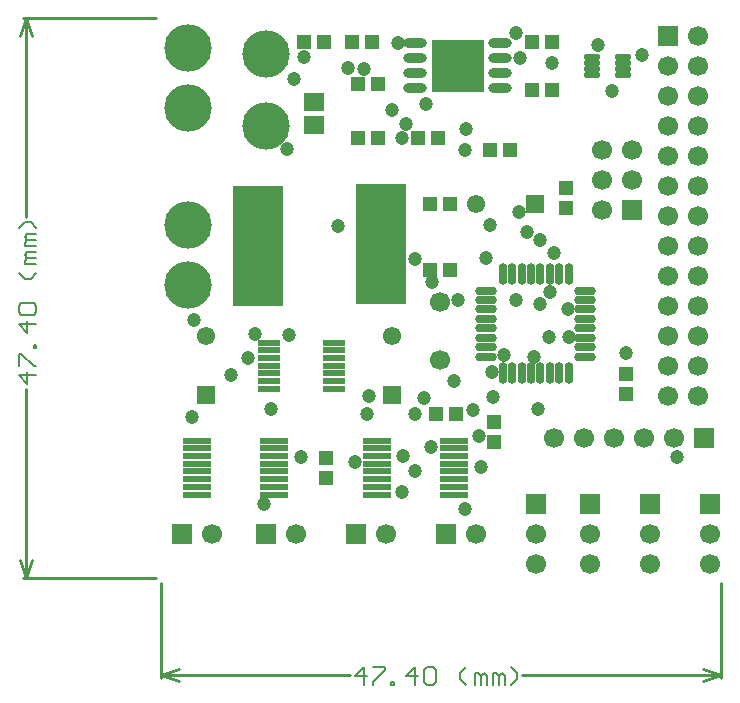
<source format=gts>
%FSLAX42Y42*%
%MOMM*%
G71*
G01*
G75*
G04 Layer_Color=8388736*
%ADD10R,1.00X1.10*%
%ADD11R,1.65X0.30*%
%ADD12R,1.10X1.00*%
%ADD13O,1.25X0.30*%
%ADD14O,0.55X1.65*%
%ADD15O,1.65X0.55*%
%ADD16R,2.15X0.40*%
%ADD17R,2.15X0.40*%
%ADD18R,4.00X10.00*%
%ADD19R,1.50X1.30*%
%ADD20O,1.80X0.60*%
%ADD21R,4.20X4.20*%
%ADD22C,0.20*%
%ADD23C,0.50*%
%ADD24C,0.40*%
%ADD25C,2.00*%
%ADD26C,0.48*%
%ADD27C,0.16*%
%ADD28C,1.00*%
%ADD29C,0.32*%
%ADD30C,0.80*%
%ADD31C,0.25*%
%ADD32C,0.15*%
%ADD33C,1.50*%
%ADD34C,1.50*%
%ADD35R,1.50X1.50*%
%ADD36C,3.81*%
%ADD37R,1.50X1.50*%
%ADD38R,1.35X1.35*%
%ADD39C,1.35*%
%ADD40R,1.35X1.35*%
%ADD41C,1.00*%
%ADD42C,0.25*%
%ADD43C,0.60*%
%ADD44C,0.20*%
%ADD45R,1.20X1.30*%
%ADD46R,1.85X0.50*%
%ADD47R,1.30X1.20*%
%ADD48O,1.45X0.50*%
%ADD49O,0.75X1.85*%
%ADD50O,1.85X0.75*%
%ADD51R,2.35X0.60*%
%ADD52R,2.35X0.60*%
%ADD53R,4.20X10.20*%
%ADD54R,1.70X1.50*%
%ADD55O,2.00X0.80*%
%ADD56R,4.40X4.40*%
%ADD57C,1.70*%
%ADD58C,1.70*%
%ADD59R,1.70X1.70*%
%ADD60C,4.01*%
%ADD61R,1.70X1.70*%
%ADD62R,1.55X1.55*%
%ADD63C,1.55*%
%ADD64R,1.55X1.55*%
%ADD65C,1.20*%
D31*
X9950Y6909D02*
Y7710D01*
X5210Y6909D02*
Y7710D01*
X8266Y6934D02*
X9950D01*
X5210D02*
X6813D01*
X9798Y6985D02*
X9950Y6934D01*
X9798Y6883D02*
X9950Y6934D01*
X5210D02*
X5362Y6883D01*
X5210Y6934D02*
X5362Y6985D01*
X4039Y12490D02*
X5170D01*
X4039Y7750D02*
X5170D01*
X4064Y10806D02*
Y12490D01*
Y7750D02*
Y9353D01*
X4013Y12338D02*
X4064Y12490D01*
X4115Y12338D01*
X4064Y7750D02*
X4115Y7902D01*
X4013D02*
X4064Y7750D01*
D32*
X6930Y6843D02*
Y6995D01*
X6854Y6919D01*
X6955D01*
X7006Y6995D02*
X7108D01*
Y6970D01*
X7006Y6868D01*
Y6843D01*
X7158D02*
Y6868D01*
X7184D01*
Y6843D01*
X7158D01*
X7362D02*
Y6995D01*
X7285Y6919D01*
X7387D01*
X7438Y6970D02*
X7463Y6995D01*
X7514D01*
X7539Y6970D01*
Y6868D01*
X7514Y6843D01*
X7463D01*
X7438Y6868D01*
Y6970D01*
X7793Y6843D02*
X7742Y6894D01*
Y6944D01*
X7793Y6995D01*
X7869Y6843D02*
Y6944D01*
X7895D01*
X7920Y6919D01*
Y6843D01*
Y6919D01*
X7946Y6944D01*
X7971Y6919D01*
Y6843D01*
X8022D02*
Y6944D01*
X8047D01*
X8073Y6919D01*
Y6843D01*
Y6919D01*
X8098Y6944D01*
X8123Y6919D01*
Y6843D01*
X8174D02*
X8225Y6894D01*
Y6944D01*
X8174Y6995D01*
X4155Y9470D02*
X4003D01*
X4079Y9394D01*
Y9495D01*
X4003Y9546D02*
Y9648D01*
X4028D01*
X4130Y9546D01*
X4155D01*
Y9698D02*
X4130D01*
Y9724D01*
X4155D01*
Y9698D01*
Y9902D02*
X4003D01*
X4079Y9825D01*
Y9927D01*
X4028Y9978D02*
X4003Y10003D01*
Y10054D01*
X4028Y10079D01*
X4130D01*
X4155Y10054D01*
Y10003D01*
X4130Y9978D01*
X4028D01*
X4155Y10333D02*
X4105Y10282D01*
X4054D01*
X4003Y10333D01*
X4155Y10409D02*
X4054D01*
Y10435D01*
X4079Y10460D01*
X4155D01*
X4079D01*
X4054Y10486D01*
X4079Y10511D01*
X4155D01*
Y10562D02*
X4054D01*
Y10587D01*
X4079Y10613D01*
X4155D01*
X4079D01*
X4054Y10638D01*
X4079Y10663D01*
X4155D01*
Y10714D02*
X4105Y10765D01*
X4054D01*
X4003Y10714D01*
D45*
X6604Y8602D02*
D03*
Y8772D02*
D03*
X9144Y9313D02*
D03*
Y9483D02*
D03*
X8636Y10888D02*
D03*
Y11058D02*
D03*
X8026Y9077D02*
D03*
Y8907D02*
D03*
D46*
X6123Y9745D02*
D03*
Y9680D02*
D03*
Y9615D02*
D03*
Y9550D02*
D03*
Y9485D02*
D03*
Y9420D02*
D03*
Y9355D02*
D03*
X6678Y9745D02*
D03*
Y9680D02*
D03*
Y9615D02*
D03*
Y9550D02*
D03*
Y9485D02*
D03*
Y9420D02*
D03*
Y9355D02*
D03*
D47*
X7654Y10922D02*
D03*
X7484D02*
D03*
X7654Y10363D02*
D03*
X7484D02*
D03*
X7705Y9144D02*
D03*
X7535D02*
D03*
X6994Y12294D02*
D03*
X6824D02*
D03*
X6587D02*
D03*
X6417D02*
D03*
X8518Y11887D02*
D03*
X8348D02*
D03*
X7992Y11379D02*
D03*
X8162D02*
D03*
X8518Y12294D02*
D03*
X8348D02*
D03*
X7045Y11938D02*
D03*
X6875D02*
D03*
Y11481D02*
D03*
X7045D02*
D03*
X7383D02*
D03*
X7553D02*
D03*
D48*
X8859Y12165D02*
D03*
Y12115D02*
D03*
Y12065D02*
D03*
Y12015D02*
D03*
X9124Y12165D02*
D03*
Y12115D02*
D03*
Y12065D02*
D03*
Y12015D02*
D03*
D49*
X8102Y10326D02*
D03*
X8182D02*
D03*
X8262D02*
D03*
X8342D02*
D03*
X8422D02*
D03*
X8502D02*
D03*
X8582D02*
D03*
X8662D02*
D03*
Y9486D02*
D03*
X8582D02*
D03*
X8502D02*
D03*
X8422D02*
D03*
X8342D02*
D03*
X8262D02*
D03*
X8182D02*
D03*
X8102D02*
D03*
D50*
X8802Y10186D02*
D03*
Y10106D02*
D03*
Y10026D02*
D03*
Y9946D02*
D03*
Y9866D02*
D03*
Y9786D02*
D03*
Y9706D02*
D03*
Y9626D02*
D03*
X7962D02*
D03*
Y9706D02*
D03*
Y9786D02*
D03*
Y9866D02*
D03*
Y9946D02*
D03*
Y10026D02*
D03*
Y10106D02*
D03*
Y10186D02*
D03*
D51*
X6170Y8459D02*
D03*
Y8524D02*
D03*
Y8589D02*
D03*
Y8654D02*
D03*
Y8719D02*
D03*
Y8784D02*
D03*
Y8849D02*
D03*
Y8914D02*
D03*
X5515Y8459D02*
D03*
Y8524D02*
D03*
Y8589D02*
D03*
Y8654D02*
D03*
Y8719D02*
D03*
Y8784D02*
D03*
Y8849D02*
D03*
X7694Y8459D02*
D03*
Y8524D02*
D03*
Y8589D02*
D03*
Y8654D02*
D03*
Y8719D02*
D03*
Y8784D02*
D03*
Y8849D02*
D03*
Y8914D02*
D03*
X7039Y8459D02*
D03*
Y8524D02*
D03*
Y8589D02*
D03*
Y8654D02*
D03*
Y8719D02*
D03*
Y8784D02*
D03*
Y8849D02*
D03*
D52*
X5515Y8914D02*
D03*
X7039D02*
D03*
D53*
X7074Y10579D02*
D03*
X6033Y10566D02*
D03*
D54*
X6502Y11779D02*
D03*
Y11589D02*
D03*
D55*
X8082Y11900D02*
D03*
Y12027D02*
D03*
Y12154D02*
D03*
Y12281D02*
D03*
X7362Y11900D02*
D03*
Y12027D02*
D03*
Y12154D02*
D03*
Y12281D02*
D03*
D56*
X7722Y12090D02*
D03*
D57*
X7569Y10089D02*
D03*
Y9601D02*
D03*
D58*
X9347Y7874D02*
D03*
Y8128D02*
D03*
X8382Y7874D02*
D03*
Y8128D02*
D03*
X8839Y7874D02*
D03*
Y8128D02*
D03*
X9855Y7874D02*
D03*
Y8128D02*
D03*
X8534Y8941D02*
D03*
X8788D02*
D03*
X9042D02*
D03*
X9296D02*
D03*
X9550D02*
D03*
X8941Y11379D02*
D03*
X9195D02*
D03*
X8941Y11125D02*
D03*
X9195D02*
D03*
X8941Y10871D02*
D03*
X6350Y8128D02*
D03*
X5639D02*
D03*
X7112D02*
D03*
X7874D02*
D03*
X9754Y9296D02*
D03*
X9500D02*
D03*
X9754Y9550D02*
D03*
X9500D02*
D03*
X9754Y9804D02*
D03*
X9500D02*
D03*
X9754Y10058D02*
D03*
X9500D02*
D03*
X9754Y10312D02*
D03*
X9500D02*
D03*
X9754Y10566D02*
D03*
X9500D02*
D03*
X9754Y10820D02*
D03*
X9500D02*
D03*
X9754Y11074D02*
D03*
X9500D02*
D03*
X9754Y11328D02*
D03*
X9500D02*
D03*
X9754Y11582D02*
D03*
X9500D02*
D03*
X9754Y11836D02*
D03*
X9500D02*
D03*
X9754Y12090D02*
D03*
X9500D02*
D03*
X9754Y12344D02*
D03*
D59*
X9347Y8382D02*
D03*
X8382D02*
D03*
X8839D02*
D03*
X9855D02*
D03*
X9195Y10871D02*
D03*
X9500Y12344D02*
D03*
D60*
X6096Y12192D02*
D03*
Y11582D02*
D03*
X5436Y10744D02*
D03*
Y11735D02*
D03*
Y10236D02*
D03*
Y12243D02*
D03*
D61*
X9804Y8941D02*
D03*
X6096Y8128D02*
D03*
X5385D02*
D03*
X6858D02*
D03*
X7620D02*
D03*
D62*
X5588Y9300D02*
D03*
X7163D02*
D03*
D63*
X5588Y9800D02*
D03*
X7163D02*
D03*
X7878Y10922D02*
D03*
D64*
X8378D02*
D03*
D65*
X9284Y12179D02*
D03*
X8518Y12112D02*
D03*
X6706Y10729D02*
D03*
X6274Y11382D02*
D03*
X8405Y9185D02*
D03*
X9576Y8776D02*
D03*
X8219Y10109D02*
D03*
X8502Y10175D02*
D03*
X8422Y10069D02*
D03*
X8661Y9789D02*
D03*
X8654Y10026D02*
D03*
X7358Y10455D02*
D03*
X5489Y9939D02*
D03*
X7720Y10107D02*
D03*
X6289Y9809D02*
D03*
X8016Y9497D02*
D03*
X6391Y8778D02*
D03*
X8115Y9639D02*
D03*
X6853Y8735D02*
D03*
X8021Y9285D02*
D03*
X7496Y8865D02*
D03*
X7437Y9278D02*
D03*
X8369Y9624D02*
D03*
X7904Y8956D02*
D03*
X7692Y9423D02*
D03*
X7915Y8692D02*
D03*
X7851Y9174D02*
D03*
X8491Y9794D02*
D03*
X8240Y10853D02*
D03*
X8420Y10610D02*
D03*
X9032Y11877D02*
D03*
X7998Y10737D02*
D03*
X7965Y10465D02*
D03*
X6003Y9817D02*
D03*
X5474Y9119D02*
D03*
X6932Y12060D02*
D03*
X7163Y11712D02*
D03*
X7249Y11481D02*
D03*
X7214Y12281D02*
D03*
X8212Y12367D02*
D03*
X6419Y12164D02*
D03*
X7780Y11374D02*
D03*
X6332Y11974D02*
D03*
X5948Y9615D02*
D03*
X5801Y9469D02*
D03*
X7255Y8784D02*
D03*
X6970Y9294D02*
D03*
X7356Y8659D02*
D03*
X6957Y9141D02*
D03*
X8247Y12156D02*
D03*
X6794Y12070D02*
D03*
X8308Y10685D02*
D03*
X7247Y8476D02*
D03*
X7356Y9144D02*
D03*
X7783Y8336D02*
D03*
X6144Y9185D02*
D03*
X8913Y12261D02*
D03*
X7793Y11557D02*
D03*
X8539Y10500D02*
D03*
X9144Y9657D02*
D03*
X7282Y11598D02*
D03*
X7450Y11765D02*
D03*
X6083Y8379D02*
D03*
X7506Y10254D02*
D03*
M02*

</source>
